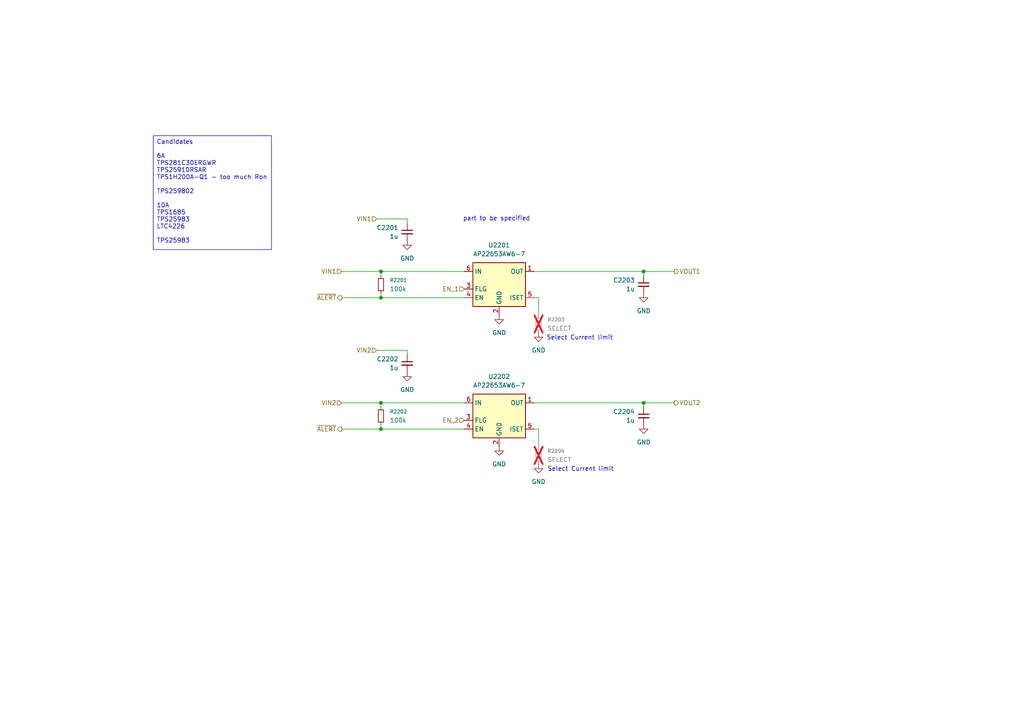
<source format=kicad_sch>
(kicad_sch (version 20250114) (generator "eeschema") (generator_version "9.0")
  (paper "A4")
  (lib_symbols
    (symbol "Device:C_Small" (pin_numbers (hide yes)) (pin_names (offset 0.254) (hide yes))
      (property "Reference" "C" (at 0.254 1.778 0))
      (property "Value" "C_Small" (at 0.254 -2.032 0))
      (symbol "C_Small_0_1"
        (polyline (pts (xy -1.524 0.508) (xy 1.524 0.508)) (stroke (width 0.3048)))
        (polyline (pts (xy -1.524 -0.508) (xy 1.524 -0.508)) (stroke (width 0.3302)))
      )
      (symbol "C_Small_1_1"
        (pin passive line (at 0 2.54 270) (length 2.032) (name "~") (number "1"))
        (pin passive line (at 0 -2.54 90) (length 2.032) (name "~") (number "2"))
      )
    )
    (symbol "Device:R_Small" (pin_numbers (hide yes)) (pin_names (offset 0.254) (hide yes))
      (property "Reference" "R" (at 0 0 90))
      (property "Value" "R_Small" (at 1.778 0 90))
      (symbol "R_Small_0_1"
        (rectangle (start -0.762 1.778) (end 0.762 -1.778) (stroke (width 0.2032)))
      )
      (symbol "R_Small_1_1"
        (pin passive line (at 0 2.54 270) (length 0.762) (name "~") (number "1"))
        (pin passive line (at 0 -2.54 90) (length 0.762) (name "~") (number "2"))
      )
    )
    (symbol "Regulator_Linear:AP22615AWU"
      (property "Reference" "U" (at -7.62 -8.89 0))
      (property "Value" "AP22615AWU" (at -7.62 6.35 0))
      (symbol "AP22615AWU_0_1"
        (rectangle (start -7.62 5.08) (end 7.62 -7.62) (stroke (width 0.254)) (fill (type background)))
      )
      (symbol "AP22615AWU_1_0"
        (pin power_in line (at -10.16 2.54 0) (length 2.54) (name "IN") (number "6"))
        (pin open_collector line (at -10.16 -2.54 0) (length 2.54) (name "FLG") (number "3"))
        (pin input line (at -10.16 -5.08 0) (length 2.54) (name "EN") (number "4"))
        (pin power_in line (at 0 -10.16 90) (length 2.54) (name "GND") (number "2"))
        (pin power_out line (at 10.16 2.54 180) (length 2.54) (name "OUT") (number "1"))
        (pin passive line (at 10.16 -5.08 180) (length 2.54) (name "ISET") (number "5"))
      )
    )
    (symbol "power:GND" (power) (pin_numbers (hide yes)) (pin_names (offset 0) (hide yes))
      (property "Value" "GND" (at 0 -3.81 0))
      (symbol "GND_0_1"
        (polyline (pts (xy 0 0) (xy 0 -1.27) (xy 1.27 -1.27) (xy 0 -2.54) (xy -1.27 -1.27) (xy 0 -1.27)))
      )
      (symbol "GND_1_1"
        (pin power_in line (at 0 0 270) (length 0) (name "~") (number "1"))
      )
    )
  )
  (text "Select Current limit" (at 168.402 136.144 0) (effects (font (size 1.27 1.27))))
  (text "Select Current limit" (at 168.148 98.044 0) (effects (font (size 1.27 1.27))))
  (text "part to be specified" (at 144.018 63.5 0) (effects (font (size 1.27 1.27))))
  (text_box "Candidates\n\n6A\nTPS281C30ERGWR\nTPS25910RSAR\nTPS1H200A-Q1 - too much Ron\n\nTPS259802\n\n10A\nTPS1685\nTPS25983\nLTC4226\n\nTPS25983" (at 44.45 39.37 0) (size 34.29 33.02) (margins 0.9525 0.9525 0.9525 0.9525) (effects (font (size 1.27 1.27)) (justify left top)))
  (junction (at 110.49 124.46))
  (junction (at 186.69 78.74))
  (junction (at 186.69 116.84))
  (junction (at 110.49 116.84))
  (junction (at 110.49 86.36))
  (junction (at 110.49 78.74))
  (wire (pts (xy 156.21 124.46) (xy 154.94 124.46)))
  (wire (pts (xy 195.58 78.74) (xy 186.69 78.74)))
  (wire (pts (xy 110.49 80.01) (xy 110.49 78.74)))
  (wire (pts (xy 156.21 91.44) (xy 156.21 86.36)))
  (wire (pts (xy 118.11 64.77) (xy 118.11 63.5)))
  (wire (pts (xy 110.49 116.84) (xy 110.49 118.11)))
  (wire (pts (xy 195.58 116.84) (xy 186.69 116.84)))
  (wire (pts (xy 118.11 63.5) (xy 109.22 63.5)))
  (wire (pts (xy 110.49 124.46) (xy 99.06 124.46)))
  (wire (pts (xy 110.49 78.74) (xy 134.62 78.74)))
  (wire (pts (xy 110.49 85.09) (xy 110.49 86.36)))
  (wire (pts (xy 154.94 116.84) (xy 186.69 116.84)))
  (wire (pts (xy 118.11 101.6) (xy 109.22 101.6)))
  (wire (pts (xy 134.62 124.46) (xy 110.49 124.46)))
  (wire (pts (xy 156.21 129.54) (xy 156.21 124.46)))
  (wire (pts (xy 110.49 86.36) (xy 134.62 86.36)))
  (wire (pts (xy 99.06 78.74) (xy 110.49 78.74)))
  (wire (pts (xy 99.06 86.36) (xy 110.49 86.36)))
  (wire (pts (xy 186.69 118.11) (xy 186.69 116.84)))
  (wire (pts (xy 154.94 78.74) (xy 186.69 78.74)))
  (wire (pts (xy 156.21 86.36) (xy 154.94 86.36)))
  (wire (pts (xy 186.69 80.01) (xy 186.69 78.74)))
  (wire (pts (xy 110.49 116.84) (xy 99.06 116.84)))
  (wire (pts (xy 118.11 102.87) (xy 118.11 101.6)))
  (wire (pts (xy 134.62 116.84) (xy 110.49 116.84)))
  (wire (pts (xy 110.49 123.19) (xy 110.49 124.46)))
  (hierarchical_label "~{ALERT}" (shape output) (at 99.06 86.36 180))
  (hierarchical_label "EN_2" (shape input) (at 134.62 121.92 180))
  (hierarchical_label "~{ALERT}" (shape output) (at 99.06 124.46 180))
  (hierarchical_label "VIN1" (shape input) (at 99.06 78.74 180))
  (hierarchical_label "VOUT1" (shape output) (at 195.58 78.74 0))
  (hierarchical_label "VOUT2" (shape output) (at 195.58 116.84 0))
  (hierarchical_label "VIN2" (shape input) (at 109.22 101.6 180))
  (hierarchical_label "EN_1" (shape input) (at 134.62 83.82 180))
  (hierarchical_label "VIN1" (shape input) (at 109.22 63.5 180))
  (hierarchical_label "VIN2" (shape input) (at 99.06 116.84 180))
  (symbol (lib_id "Device:R_Small") (at 110.49 120.65 180) (unit 1)
    (property "Reference" "R602" (at 113.03 119.3799 0) (effects (font (size 1.016 1.016)) (justify right)))
    (property "Value" "100k" (at 113.03 121.9199 0) (effects (justify right)))
    (property "Footprint" "Resistor_SMD:R_0603_1608Metric_Pad0.98x0.95mm_HandSolder" (effects (hide yes)))
    (property "Description" "Resistor, small symbol" (effects (hide yes)))
    (instances (project "TEST_PCB" (path "" (reference "R2202") (unit 1)) (path "" (reference "R1402") (unit 1)) (path "" (reference "R1702") (unit 1)) (path "" (reference "R1802") (unit 1)) (path "" (reference "R2102") (unit 1))) (project "EPS" (path "" (reference "R4102") (unit 1)) (path "" (reference "R1102") (unit 1)) (path "" (reference "R602") (unit 1)) (path "" (reference "R3302") (unit 1)) (path "" (reference "R4202") (unit 1)) (path "" (reference "R?") (unit 1)) (path "" (reference "R6702") (unit 1)) (path "" (reference "R?") (unit 1)) (path "" (reference "R5602") (unit 1)) (path "" (reference "R4602") (unit 1)) (path "" (reference "R3602") (unit 1)) (path "" (reference "R4002") (unit 1)) (path "" (reference "R5002") (unit 1)) (path "" (reference "R5902") (unit 1)) (path "" (reference "R3802") (unit 1)) (path "" (reference "R5802") (unit 1)) (path "" (reference "R3502") (unit 1)) (path "" (reference "R1702") (unit 1)) (path "" (reference "R6302") (unit 1)) (path "" (reference "R?") (unit 1)) (path "" (reference "R6502") (unit 1)) (path "" (reference "R?") (unit 1)) (path "" (reference "R7502") (unit 1)) (path "" (reference "R?") (unit 1)) (path "" (reference "R8102") (unit 1)) (path "" (reference "R?") (unit 1)) (path "" (reference "R3402") (unit 1))))
  )
  (symbol (lib_id "Regulator_Linear:AP22615AWU") (at 144.78 119.38 0) (unit 1)
    (property "Reference" "U602" (at 144.78 109.22 0))
    (property "Value" "AP22653AW6-7" (at 144.78 111.76 0))
    (property "Footprint" "Package_TO_SOT_SMD:SOT-23-6" (effects (hide yes)))
    (property "Datasheet" "https://4donline.ihs.com/images/VipMasterIC/IC/DIOD/DIOD-S-A0010880137/DIOD-S-A0010880137-1.pdf?hkey=CECEF36DEECDED6468708AAF2E19C0C6" (effects (hide yes)))
    (property "Description" "Current limited power switch, single channel, 3.0V to 5.5V, 3A, SOT-23-6" (effects (hide yes)))
    (instances (project "TEST_PCB" (path "" (reference "U2202") (unit 1)) (path "" (reference "U1402") (unit 1)) (path "" (reference "U1702") (unit 1)) (path "" (reference "U1802") (unit 1)) (path "" (reference "U2102") (unit 1))) (project "EPS" (path "" (reference "U4102") (unit 1)) (path "" (reference "U1102") (unit 1)) (path "" (reference "U602") (unit 1)) (path "" (reference "U3302") (unit 1)) (path "" (reference "U4202") (unit 1)) (path "" (reference "U?") (unit 1)) (path "" (reference "U6702") (unit 1)) (path "" (reference "U?") (unit 1)) (path "" (reference "U5602") (unit 1)) (path "" (reference "U4602") (unit 1)) (path "" (reference "U3602") (unit 1)) (path "" (reference "U4002") (unit 1)) (path "" (reference "U5002") (unit 1)) (path "" (reference "U5902") (unit 1)) (path "" (reference "U3802") (unit 1)) (path "" (reference "U5802") (unit 1)) (path "" (reference "U3502") (unit 1)) (path "" (reference "U1702") (unit 1)) (path "" (reference "U6302") (unit 1)) (path "" (reference "U?") (unit 1)) (path "" (reference "U6502") (unit 1)) (path "" (reference "U?") (unit 1)) (path "" (reference "U7502") (unit 1)) (path "" (reference "U?") (unit 1)) (path "" (reference "U8102") (unit 1)) (path "" (reference "U?") (unit 1)) (path "" (reference "U3402") (unit 1))))
  )
  (symbol (lib_id "power:GND") (at 118.11 107.95 0) (unit 1)
    (property "Reference" "#PWR0602" (effects (hide yes)))
    (property "Value" "GND" (at 118.11 113.03 0))
    (property "Description" "Power symbol creates a global label with name \"GND\" , ground" (effects (hide yes)))
    (instances (project "TEST_PCB" (path "" (reference "#PWR02202") (unit 1)) (path "" (reference "#PWR01402") (unit 1)) (path "" (reference "#PWR01702") (unit 1)) (path "" (reference "#PWR01802") (unit 1)) (path "" (reference "#PWR02102") (unit 1))) (project "EPS" (path "" (reference "#PWR04102") (unit 1)) (path "" (reference "#PWR01102") (unit 1)) (path "" (reference "#PWR0602") (unit 1)) (path "" (reference "#PWR03302") (unit 1)) (path "" (reference "#PWR04202") (unit 1)) (path "" (reference "#PWR?") (unit 1)) (path "" (reference "#PWR06702") (unit 1)) (path "" (reference "#PWR?") (unit 1)) (path "" (reference "#PWR05602") (unit 1)) (path "" (reference "#PWR04602") (unit 1)) (path "" (reference "#PWR03602") (unit 1)) (path "" (reference "#PWR04002") (unit 1)) (path "" (reference "#PWR05002") (unit 1)) (path "" (reference "#PWR05902") (unit 1)) (path "" (reference "#PWR03802") (unit 1)) (path "" (reference "#PWR05802") (unit 1)) (path "" (reference "#PWR03502") (unit 1)) (path "" (reference "#PWR01702") (unit 1)) (path "" (reference "#PWR06302") (unit 1)) (path "" (reference "#PWR?") (unit 1)) (path "" (reference "#PWR06502") (unit 1)) (path "" (reference "#PWR?") (unit 1)) (path "" (reference "#PWR07502") (unit 1)) (path "" (reference "#PWR?") (unit 1)) (path "" (reference "#PWR08102") (unit 1)) (path "" (reference "#PWR?") (unit 1)) (path "" (reference "#PWR03402") (unit 1))))
  )
  (symbol (lib_id "power:GND") (at 144.78 91.44 0) (unit 1)
    (property "Reference" "#PWR0603" (effects (hide yes)))
    (property "Value" "GND" (at 144.78 96.52 0))
    (property "Description" "Power symbol creates a global label with name \"GND\" , ground" (effects (hide yes)))
    (instances (project "TEST_PCB" (path "" (reference "#PWR02203") (unit 1)) (path "" (reference "#PWR01403") (unit 1)) (path "" (reference "#PWR01703") (unit 1)) (path "" (reference "#PWR01803") (unit 1)) (path "" (reference "#PWR02103") (unit 1))) (project "EPS" (path "" (reference "#PWR04103") (unit 1)) (path "" (reference "#PWR01103") (unit 1)) (path "" (reference "#PWR0603") (unit 1)) (path "" (reference "#PWR03303") (unit 1)) (path "" (reference "#PWR04203") (unit 1)) (path "" (reference "#PWR?") (unit 1)) (path "" (reference "#PWR06703") (unit 1)) (path "" (reference "#PWR?") (unit 1)) (path "" (reference "#PWR05603") (unit 1)) (path "" (reference "#PWR04603") (unit 1)) (path "" (reference "#PWR03603") (unit 1)) (path "" (reference "#PWR04003") (unit 1)) (path "" (reference "#PWR05003") (unit 1)) (path "" (reference "#PWR05903") (unit 1)) (path "" (reference "#PWR03803") (unit 1)) (path "" (reference "#PWR05803") (unit 1)) (path "" (reference "#PWR03503") (unit 1)) (path "" (reference "#PWR01703") (unit 1)) (path "" (reference "#PWR06303") (unit 1)) (path "" (reference "#PWR?") (unit 1)) (path "" (reference "#PWR06503") (unit 1)) (path "" (reference "#PWR?") (unit 1)) (path "" (reference "#PWR07503") (unit 1)) (path "" (reference "#PWR?") (unit 1)) (path "" (reference "#PWR08103") (unit 1)) (path "" (reference "#PWR?") (unit 1)) (path "" (reference "#PWR03403") (unit 1))))
  )
  (symbol (lib_id "power:GND") (at 118.11 69.85 0) (unit 1)
    (property "Reference" "#PWR0601" (effects (hide yes)))
    (property "Value" "GND" (at 118.11 74.93 0))
    (property "Description" "Power symbol creates a global label with name \"GND\" , ground" (effects (hide yes)))
    (instances (project "TEST_PCB" (path "" (reference "#PWR02201") (unit 1)) (path "" (reference "#PWR01401") (unit 1)) (path "" (reference "#PWR01701") (unit 1)) (path "" (reference "#PWR01801") (unit 1)) (path "" (reference "#PWR02101") (unit 1))) (project "EPS" (path "" (reference "#PWR04101") (unit 1)) (path "" (reference "#PWR01101") (unit 1)) (path "" (reference "#PWR0601") (unit 1)) (path "" (reference "#PWR03301") (unit 1)) (path "" (reference "#PWR04201") (unit 1)) (path "" (reference "#PWR?") (unit 1)) (path "" (reference "#PWR06701") (unit 1)) (path "" (reference "#PWR?") (unit 1)) (path "" (reference "#PWR05601") (unit 1)) (path "" (reference "#PWR04601") (unit 1)) (path "" (reference "#PWR03601") (unit 1)) (path "" (reference "#PWR04001") (unit 1)) (path "" (reference "#PWR05001") (unit 1)) (path "" (reference "#PWR05901") (unit 1)) (path "" (reference "#PWR03801") (unit 1)) (path "" (reference "#PWR05801") (unit 1)) (path "" (reference "#PWR03501") (unit 1)) (path "" (reference "#PWR01701") (unit 1)) (path "" (reference "#PWR06301") (unit 1)) (path "" (reference "#PWR?") (unit 1)) (path "" (reference "#PWR06501") (unit 1)) (path "" (reference "#PWR?") (unit 1)) (path "" (reference "#PWR07501") (unit 1)) (path "" (reference "#PWR?") (unit 1)) (path "" (reference "#PWR08101") (unit 1)) (path "" (reference "#PWR?") (unit 1)) (path "" (reference "#PWR03401") (unit 1))))
  )
  (symbol (lib_id "Device:C_Small") (at 118.11 105.41 0) (mirror y) (unit 1)
    (property "Reference" "C602" (at 115.57 104.1462 0) (effects (justify left)))
    (property "Value" "1u" (at 115.57 106.6862 0) (effects (justify left)))
    (property "Footprint" "Capacitor_SMD:C_0603_1608Metric_Pad1.08x0.95mm_HandSolder" (effects (hide yes)))
    (property "Description" "Unpolarized capacitor, small symbol" (effects (hide yes)))
    (instances (project "TEST_PCB" (path "" (reference "C2202") (unit 1)) (path "" (reference "C1402") (unit 1)) (path "" (reference "C1702") (unit 1)) (path "" (reference "C1802") (unit 1)) (path "" (reference "C2102") (unit 1))) (project "EPS" (path "" (reference "C4102") (unit 1)) (path "" (reference "C1102") (unit 1)) (path "" (reference "C602") (unit 1)) (path "" (reference "C3302") (unit 1)) (path "" (reference "C4202") (unit 1)) (path "" (reference "C?") (unit 1)) (path "" (reference "C6702") (unit 1)) (path "" (reference "C?") (unit 1)) (path "" (reference "C5602") (unit 1)) (path "" (reference "C4602") (unit 1)) (path "" (reference "C3602") (unit 1)) (path "" (reference "C4002") (unit 1)) (path "" (reference "C5002") (unit 1)) (path "" (reference "C5902") (unit 1)) (path "" (reference "C3802") (unit 1)) (path "" (reference "C5802") (unit 1)) (path "" (reference "C3502") (unit 1)) (path "" (reference "C1702") (unit 1)) (path "" (reference "C6302") (unit 1)) (path "" (reference "C?") (unit 1)) (path "" (reference "C6502") (unit 1)) (path "" (reference "C?") (unit 1)) (path "" (reference "C7502") (unit 1)) (path "" (reference "C?") (unit 1)) (path "" (reference "C8102") (unit 1)) (path "" (reference "C?") (unit 1)) (path "" (reference "C3402") (unit 1))))
  )
  (symbol (lib_id "Device:C_Small") (at 186.69 82.55 0) (mirror y) (unit 1)
    (property "Reference" "C603" (at 184.15 81.2862 0) (effects (justify left)))
    (property "Value" "1u" (at 184.15 83.8262 0) (effects (justify left)))
    (property "Footprint" "Capacitor_SMD:C_0603_1608Metric_Pad1.08x0.95mm_HandSolder" (effects (hide yes)))
    (property "Description" "Unpolarized capacitor, small symbol" (effects (hide yes)))
    (instances (project "TEST_PCB" (path "" (reference "C2203") (unit 1)) (path "" (reference "C1403") (unit 1)) (path "" (reference "C1703") (unit 1)) (path "" (reference "C1803") (unit 1)) (path "" (reference "C2103") (unit 1))) (project "EPS" (path "" (reference "C4103") (unit 1)) (path "" (reference "C1103") (unit 1)) (path "" (reference "C603") (unit 1)) (path "" (reference "C3303") (unit 1)) (path "" (reference "C4203") (unit 1)) (path "" (reference "C?") (unit 1)) (path "" (reference "C6703") (unit 1)) (path "" (reference "C?") (unit 1)) (path "" (reference "C5603") (unit 1)) (path "" (reference "C4603") (unit 1)) (path "" (reference "C3603") (unit 1)) (path "" (reference "C4003") (unit 1)) (path "" (reference "C5003") (unit 1)) (path "" (reference "C5903") (unit 1)) (path "" (reference "C3803") (unit 1)) (path "" (reference "C5803") (unit 1)) (path "" (reference "C3503") (unit 1)) (path "" (reference "C1703") (unit 1)) (path "" (reference "C6303") (unit 1)) (path "" (reference "C?") (unit 1)) (path "" (reference "C6503") (unit 1)) (path "" (reference "C?") (unit 1)) (path "" (reference "C7503") (unit 1)) (path "" (reference "C?") (unit 1)) (path "" (reference "C8103") (unit 1)) (path "" (reference "C?") (unit 1)) (path "" (reference "C3403") (unit 1))))
  )
  (symbol (lib_id "Device:C_Small") (at 186.69 120.65 0) (mirror y) (unit 1)
    (property "Reference" "C604" (at 184.15 119.3862 0) (effects (justify left)))
    (property "Value" "1u" (at 184.15 121.9262 0) (effects (justify left)))
    (property "Footprint" "Capacitor_SMD:C_0603_1608Metric_Pad1.08x0.95mm_HandSolder" (effects (hide yes)))
    (property "Description" "Unpolarized capacitor, small symbol" (effects (hide yes)))
    (instances (project "TEST_PCB" (path "" (reference "C2204") (unit 1)) (path "" (reference "C1404") (unit 1)) (path "" (reference "C1704") (unit 1)) (path "" (reference "C1804") (unit 1)) (path "" (reference "C2104") (unit 1))) (project "EPS" (path "" (reference "C4104") (unit 1)) (path "" (reference "C1104") (unit 1)) (path "" (reference "C604") (unit 1)) (path "" (reference "C3304") (unit 1)) (path "" (reference "C4204") (unit 1)) (path "" (reference "C?") (unit 1)) (path "" (reference "C6704") (unit 1)) (path "" (reference "C?") (unit 1)) (path "" (reference "C5604") (unit 1)) (path "" (reference "C4604") (unit 1)) (path "" (reference "C3604") (unit 1)) (path "" (reference "C4004") (unit 1)) (path "" (reference "C5004") (unit 1)) (path "" (reference "C5904") (unit 1)) (path "" (reference "C3804") (unit 1)) (path "" (reference "C5804") (unit 1)) (path "" (reference "C3504") (unit 1)) (path "" (reference "C1704") (unit 1)) (path "" (reference "C6304") (unit 1)) (path "" (reference "C?") (unit 1)) (path "" (reference "C6504") (unit 1)) (path "" (reference "C?") (unit 1)) (path "" (reference "C7504") (unit 1)) (path "" (reference "C?") (unit 1)) (path "" (reference "C8104") (unit 1)) (path "" (reference "C?") (unit 1)) (path "" (reference "C3404") (unit 1))))
  )
  (symbol (lib_id "Device:R_Small") (at 156.21 132.08 0) (unit 1) (dnp yes)
    (property "Reference" "R604" (at 158.75 130.8099 0) (effects (font (size 1.016 1.016)) (justify left)))
    (property "Value" "SELECT" (at 158.75 133.3499 0) (effects (justify left)))
    (property "Footprint" "Resistor_SMD:R_0603_1608Metric_Pad0.98x0.95mm_HandSolder" (effects (hide yes)))
    (property "Description" "Resistor, small symbol" (effects (hide yes)))
    (instances (project "TEST_PCB" (path "" (reference "R2204") (unit 1)) (path "" (reference "R1404") (unit 1)) (path "" (reference "R1704") (unit 1)) (path "" (reference "R1804") (unit 1)) (path "" (reference "R2104") (unit 1))) (project "EPS" (path "" (reference "R4104") (unit 1)) (path "" (reference "R1104") (unit 1)) (path "" (reference "R604") (unit 1)) (path "" (reference "R3304") (unit 1)) (path "" (reference "R4204") (unit 1)) (path "" (reference "R?") (unit 1)) (path "" (reference "R6704") (unit 1)) (path "" (reference "R?") (unit 1)) (path "" (reference "R5604") (unit 1)) (path "" (reference "R4604") (unit 1)) (path "" (reference "R3604") (unit 1)) (path "" (reference "R4004") (unit 1)) (path "" (reference "R5004") (unit 1)) (path "" (reference "R5904") (unit 1)) (path "" (reference "R3804") (unit 1)) (path "" (reference "R5804") (unit 1)) (path "" (reference "R3504") (unit 1)) (path "" (reference "R1704") (unit 1)) (path "" (reference "R6304") (unit 1)) (path "" (reference "R?") (unit 1)) (path "" (reference "R6504") (unit 1)) (path "" (reference "R?") (unit 1)) (path "" (reference "R7504") (unit 1)) (path "" (reference "R?") (unit 1)) (path "" (reference "R8104") (unit 1)) (path "" (reference "R?") (unit 1)) (path "" (reference "R3404") (unit 1))))
  )
  (symbol (lib_id "Regulator_Linear:AP22615AWU") (at 144.78 81.28 0) (unit 1)
    (property "Reference" "U601" (at 144.78 71.12 0))
    (property "Value" "AP22653AW6-7" (at 144.78 73.66 0))
    (property "Footprint" "Package_TO_SOT_SMD:SOT-23-6" (effects (hide yes)))
    (property "Datasheet" "https://4donline.ihs.com/images/VipMasterIC/IC/DIOD/DIOD-S-A0010880137/DIOD-S-A0010880137-1.pdf?hkey=CECEF36DEECDED6468708AAF2E19C0C6" (effects (hide yes)))
    (property "Description" "Current limited power switch, single channel, 3.0V to 5.5V, 3A, SOT-23-6" (effects (hide yes)))
    (instances (project "TEST_PCB" (path "" (reference "U2201") (unit 1)) (path "" (reference "U1401") (unit 1)) (path "" (reference "U1701") (unit 1)) (path "" (reference "U1801") (unit 1)) (path "" (reference "U2101") (unit 1))) (project "EPS" (path "" (reference "U4101") (unit 1)) (path "" (reference "U1101") (unit 1)) (path "" (reference "U601") (unit 1)) (path "" (reference "U3301") (unit 1)) (path "" (reference "U4201") (unit 1)) (path "" (reference "U?") (unit 1)) (path "" (reference "U6701") (unit 1)) (path "" (reference "U?") (unit 1)) (path "" (reference "U5601") (unit 1)) (path "" (reference "U4601") (unit 1)) (path "" (reference "U3601") (unit 1)) (path "" (reference "U4001") (unit 1)) (path "" (reference "U5001") (unit 1)) (path "" (reference "U5901") (unit 1)) (path "" (reference "U3801") (unit 1)) (path "" (reference "U5801") (unit 1)) (path "" (reference "U3501") (unit 1)) (path "" (reference "U1701") (unit 1)) (path "" (reference "U6301") (unit 1)) (path "" (reference "U?") (unit 1)) (path "" (reference "U6501") (unit 1)) (path "" (reference "U?") (unit 1)) (path "" (reference "U7501") (unit 1)) (path "" (reference "U?") (unit 1)) (path "" (reference "U8101") (unit 1)) (path "" (reference "U?") (unit 1)) (path "" (reference "U3401") (unit 1))))
  )
  (symbol (lib_id "Device:R_Small") (at 156.21 93.98 0) (unit 1) (dnp yes)
    (property "Reference" "R603" (at 158.75 92.7099 0) (effects (font (size 1.016 1.016)) (justify left)))
    (property "Value" "SELECT" (at 158.75 95.2499 0) (effects (justify left)))
    (property "Footprint" "Resistor_SMD:R_0603_1608Metric_Pad0.98x0.95mm_HandSolder" (effects (hide yes)))
    (property "Description" "Resistor, small symbol" (effects (hide yes)))
    (instances (project "TEST_PCB" (path "" (reference "R2203") (unit 1)) (path "" (reference "R1403") (unit 1)) (path "" (reference "R1703") (unit 1)) (path "" (reference "R1803") (unit 1)) (path "" (reference "R2103") (unit 1))) (project "EPS" (path "" (reference "R4103") (unit 1)) (path "" (reference "R1103") (unit 1)) (path "" (reference "R603") (unit 1)) (path "" (reference "R3303") (unit 1)) (path "" (reference "R4203") (unit 1)) (path "" (reference "R?") (unit 1)) (path "" (reference "R6703") (unit 1)) (path "" (reference "R?") (unit 1)) (path "" (reference "R5603") (unit 1)) (path "" (reference "R4603") (unit 1)) (path "" (reference "R3603") (unit 1)) (path "" (reference "R4003") (unit 1)) (path "" (reference "R5003") (unit 1)) (path "" (reference "R5903") (unit 1)) (path "" (reference "R3803") (unit 1)) (path "" (reference "R5803") (unit 1)) (path "" (reference "R3503") (unit 1)) (path "" (reference "R1703") (unit 1)) (path "" (reference "R6303") (unit 1)) (path "" (reference "R?") (unit 1)) (path "" (reference "R6503") (unit 1)) (path "" (reference "R?") (unit 1)) (path "" (reference "R7503") (unit 1)) (path "" (reference "R?") (unit 1)) (path "" (reference "R8103") (unit 1)) (path "" (reference "R?") (unit 1)) (path "" (reference "R3403") (unit 1))))
  )
  (symbol (lib_id "power:GND") (at 186.69 123.19 0) (unit 1)
    (property "Reference" "#PWR0608" (effects (hide yes)))
    (property "Value" "GND" (at 186.69 128.27 0))
    (property "Description" "Power symbol creates a global label with name \"GND\" , ground" (effects (hide yes)))
    (instances (project "TEST_PCB" (path "" (reference "#PWR02208") (unit 1)) (path "" (reference "#PWR01408") (unit 1)) (path "" (reference "#PWR01708") (unit 1)) (path "" (reference "#PWR01808") (unit 1)) (path "" (reference "#PWR02108") (unit 1))) (project "EPS" (path "" (reference "#PWR04108") (unit 1)) (path "" (reference "#PWR01108") (unit 1)) (path "" (reference "#PWR0608") (unit 1)) (path "" (reference "#PWR03308") (unit 1)) (path "" (reference "#PWR04208") (unit 1)) (path "" (reference "#PWR?") (unit 1)) (path "" (reference "#PWR06708") (unit 1)) (path "" (reference "#PWR?") (unit 1)) (path "" (reference "#PWR05608") (unit 1)) (path "" (reference "#PWR04608") (unit 1)) (path "" (reference "#PWR03608") (unit 1)) (path "" (reference "#PWR04008") (unit 1)) (path "" (reference "#PWR05008") (unit 1)) (path "" (reference "#PWR05908") (unit 1)) (path "" (reference "#PWR03808") (unit 1)) (path "" (reference "#PWR05808") (unit 1)) (path "" (reference "#PWR03508") (unit 1)) (path "" (reference "#PWR01708") (unit 1)) (path "" (reference "#PWR06308") (unit 1)) (path "" (reference "#PWR?") (unit 1)) (path "" (reference "#PWR06508") (unit 1)) (path "" (reference "#PWR?") (unit 1)) (path "" (reference "#PWR07508") (unit 1)) (path "" (reference "#PWR?") (unit 1)) (path "" (reference "#PWR08108") (unit 1)) (path "" (reference "#PWR?") (unit 1)) (path "" (reference "#PWR03408") (unit 1))))
  )
  (symbol (lib_id "Device:R_Small") (at 110.49 82.55 180) (unit 1)
    (property "Reference" "R601" (at 113.03 81.2799 0) (effects (font (size 1.016 1.016)) (justify right)))
    (property "Value" "100k" (at 113.03 83.8199 0) (effects (justify right)))
    (property "Footprint" "Resistor_SMD:R_0603_1608Metric_Pad0.98x0.95mm_HandSolder" (effects (hide yes)))
    (property "Description" "Resistor, small symbol" (effects (hide yes)))
    (instances (project "TEST_PCB" (path "" (reference "R2201") (unit 1)) (path "" (reference "R1401") (unit 1)) (path "" (reference "R1701") (unit 1)) (path "" (reference "R1801") (unit 1)) (path "" (reference "R2101") (unit 1))) (project "EPS" (path "" (reference "R4101") (unit 1)) (path "" (reference "R1101") (unit 1)) (path "" (reference "R601") (unit 1)) (path "" (reference "R3301") (unit 1)) (path "" (reference "R4201") (unit 1)) (path "" (reference "R?") (unit 1)) (path "" (reference "R6701") (unit 1)) (path "" (reference "R?") (unit 1)) (path "" (reference "R5601") (unit 1)) (path "" (reference "R4601") (unit 1)) (path "" (reference "R3601") (unit 1)) (path "" (reference "R4001") (unit 1)) (path "" (reference "R5001") (unit 1)) (path "" (reference "R5901") (unit 1)) (path "" (reference "R3801") (unit 1)) (path "" (reference "R5801") (unit 1)) (path "" (reference "R3501") (unit 1)) (path "" (reference "R1701") (unit 1)) (path "" (reference "R6301") (unit 1)) (path "" (reference "R?") (unit 1)) (path "" (reference "R6501") (unit 1)) (path "" (reference "R?") (unit 1)) (path "" (reference "R7501") (unit 1)) (path "" (reference "R?") (unit 1)) (path "" (reference "R8101") (unit 1)) (path "" (reference "R?") (unit 1)) (path "" (reference "R3401") (unit 1))))
  )
  (symbol (lib_id "power:GND") (at 156.21 96.52 0) (unit 1)
    (property "Reference" "#PWR0605" (effects (hide yes)))
    (property "Value" "GND" (at 156.21 101.6 0))
    (property "Description" "Power symbol creates a global label with name \"GND\" , ground" (effects (hide yes)))
    (instances (project "TEST_PCB" (path "" (reference "#PWR02205") (unit 1)) (path "" (reference "#PWR01405") (unit 1)) (path "" (reference "#PWR01705") (unit 1)) (path "" (reference "#PWR01805") (unit 1)) (path "" (reference "#PWR02105") (unit 1))) (project "EPS" (path "" (reference "#PWR04105") (unit 1)) (path "" (reference "#PWR01105") (unit 1)) (path "" (reference "#PWR0605") (unit 1)) (path "" (reference "#PWR03305") (unit 1)) (path "" (reference "#PWR04205") (unit 1)) (path "" (reference "#PWR?") (unit 1)) (path "" (reference "#PWR06705") (unit 1)) (path "" (reference "#PWR?") (unit 1)) (path "" (reference "#PWR05605") (unit 1)) (path "" (reference "#PWR04605") (unit 1)) (path "" (reference "#PWR03605") (unit 1)) (path "" (reference "#PWR04005") (unit 1)) (path "" (reference "#PWR05005") (unit 1)) (path "" (reference "#PWR05905") (unit 1)) (path "" (reference "#PWR03805") (unit 1)) (path "" (reference "#PWR05805") (unit 1)) (path "" (reference "#PWR03505") (unit 1)) (path "" (reference "#PWR01705") (unit 1)) (path "" (reference "#PWR06305") (unit 1)) (path "" (reference "#PWR?") (unit 1)) (path "" (reference "#PWR06505") (unit 1)) (path "" (reference "#PWR?") (unit 1)) (path "" (reference "#PWR07505") (unit 1)) (path "" (reference "#PWR?") (unit 1)) (path "" (reference "#PWR08105") (unit 1)) (path "" (reference "#PWR?") (unit 1)) (path "" (reference "#PWR03405") (unit 1))))
  )
  (symbol (lib_id "power:GND") (at 156.21 134.62 0) (unit 1)
    (property "Reference" "#PWR0606" (effects (hide yes)))
    (property "Value" "GND" (at 156.21 139.7 0))
    (property "Description" "Power symbol creates a global label with name \"GND\" , ground" (effects (hide yes)))
    (instances (project "TEST_PCB" (path "" (reference "#PWR02206") (unit 1)) (path "" (reference "#PWR01406") (unit 1)) (path "" (reference "#PWR01706") (unit 1)) (path "" (reference "#PWR01806") (unit 1)) (path "" (reference "#PWR02106") (unit 1))) (project "EPS" (path "" (reference "#PWR04106") (unit 1)) (path "" (reference "#PWR01106") (unit 1)) (path "" (reference "#PWR0606") (unit 1)) (path "" (reference "#PWR03306") (unit 1)) (path "" (reference "#PWR04206") (unit 1)) (path "" (reference "#PWR?") (unit 1)) (path "" (reference "#PWR06706") (unit 1)) (path "" (reference "#PWR?") (unit 1)) (path "" (reference "#PWR05606") (unit 1)) (path "" (reference "#PWR04606") (unit 1)) (path "" (reference "#PWR03606") (unit 1)) (path "" (reference "#PWR04006") (unit 1)) (path "" (reference "#PWR05006") (unit 1)) (path "" (reference "#PWR05906") (unit 1)) (path "" (reference "#PWR03806") (unit 1)) (path "" (reference "#PWR05806") (unit 1)) (path "" (reference "#PWR03506") (unit 1)) (path "" (reference "#PWR01706") (unit 1)) (path "" (reference "#PWR06306") (unit 1)) (path "" (reference "#PWR?") (unit 1)) (path "" (reference "#PWR06506") (unit 1)) (path "" (reference "#PWR?") (unit 1)) (path "" (reference "#PWR07506") (unit 1)) (path "" (reference "#PWR?") (unit 1)) (path "" (reference "#PWR08106") (unit 1)) (path "" (reference "#PWR?") (unit 1)) (path "" (reference "#PWR03406") (unit 1))))
  )
  (symbol (lib_id "power:GND") (at 186.69 85.09 0) (unit 1)
    (property "Reference" "#PWR0607" (effects (hide yes)))
    (property "Value" "GND" (at 186.69 90.17 0))
    (property "Description" "Power symbol creates a global label with name \"GND\" , ground" (effects (hide yes)))
    (instances (project "TEST_PCB" (path "" (reference "#PWR02207") (unit 1)) (path "" (reference "#PWR01407") (unit 1)) (path "" (reference "#PWR01707") (unit 1)) (path "" (reference "#PWR01807") (unit 1)) (path "" (reference "#PWR02107") (unit 1))) (project "EPS" (path "" (reference "#PWR04107") (unit 1)) (path "" (reference "#PWR01107") (unit 1)) (path "" (reference "#PWR0607") (unit 1)) (path "" (reference "#PWR03307") (unit 1)) (path "" (reference "#PWR04207") (unit 1)) (path "" (reference "#PWR?") (unit 1)) (path "" (reference "#PWR06707") (unit 1)) (path "" (reference "#PWR?") (unit 1)) (path "" (reference "#PWR05607") (unit 1)) (path "" (reference "#PWR04607") (unit 1)) (path "" (reference "#PWR03607") (unit 1)) (path "" (reference "#PWR04007") (unit 1)) (path "" (reference "#PWR05007") (unit 1)) (path "" (reference "#PWR05907") (unit 1)) (path "" (reference "#PWR03807") (unit 1)) (path "" (reference "#PWR05807") (unit 1)) (path "" (reference "#PWR03507") (unit 1)) (path "" (reference "#PWR01707") (unit 1)) (path "" (reference "#PWR06307") (unit 1)) (path "" (reference "#PWR?") (unit 1)) (path "" (reference "#PWR06507") (unit 1)) (path "" (reference "#PWR?") (unit 1)) (path "" (reference "#PWR07507") (unit 1)) (path "" (reference "#PWR?") (unit 1)) (path "" (reference "#PWR08107") (unit 1)) (path "" (reference "#PWR?") (unit 1)) (path "" (reference "#PWR03407") (unit 1))))
  )
  (symbol (lib_id "power:GND") (at 144.78 129.54 0) (unit 1)
    (property "Reference" "#PWR0604" (effects (hide yes)))
    (property "Value" "GND" (at 144.78 134.62 0))
    (property "Description" "Power symbol creates a global label with name \"GND\" , ground" (effects (hide yes)))
    (instances (project "TEST_PCB" (path "" (reference "#PWR02204") (unit 1)) (path "" (reference "#PWR01404") (unit 1)) (path "" (reference "#PWR01704") (unit 1)) (path "" (reference "#PWR01804") (unit 1)) (path "" (reference "#PWR02104") (unit 1))) (project "EPS" (path "" (reference "#PWR04104") (unit 1)) (path "" (reference "#PWR01104") (unit 1)) (path "" (reference "#PWR0604") (unit 1)) (path "" (reference "#PWR03304") (unit 1)) (path "" (reference "#PWR04204") (unit 1)) (path "" (reference "#PWR?") (unit 1)) (path "" (reference "#PWR06704") (unit 1)) (path "" (reference "#PWR?") (unit 1)) (path "" (reference "#PWR05604") (unit 1)) (path "" (reference "#PWR04604") (unit 1)) (path "" (reference "#PWR03604") (unit 1)) (path "" (reference "#PWR04004") (unit 1)) (path "" (reference "#PWR05004") (unit 1)) (path "" (reference "#PWR05904") (unit 1)) (path "" (reference "#PWR03804") (unit 1)) (path "" (reference "#PWR05804") (unit 1)) (path "" (reference "#PWR03504") (unit 1)) (path "" (reference "#PWR01704") (unit 1)) (path "" (reference "#PWR06304") (unit 1)) (path "" (reference "#PWR?") (unit 1)) (path "" (reference "#PWR06504") (unit 1)) (path "" (reference "#PWR?") (unit 1)) (path "" (reference "#PWR07504") (unit 1)) (path "" (reference "#PWR?") (unit 1)) (path "" (reference "#PWR08104") (unit 1)) (path "" (reference "#PWR?") (unit 1)) (path "" (reference "#PWR03404") (unit 1))))
  )
  (symbol (lib_id "Device:C_Small") (at 118.11 67.31 0) (mirror y) (unit 1)
    (property "Reference" "C601" (at 115.57 66.0462 0) (effects (justify left)))
    (property "Value" "1u" (at 115.57 68.5862 0) (effects (justify left)))
    (property "Footprint" "Capacitor_SMD:C_0603_1608Metric_Pad1.08x0.95mm_HandSolder" (effects (hide yes)))
    (property "Description" "Unpolarized capacitor, small symbol" (effects (hide yes)))
    (instances (project "TEST_PCB" (path "" (reference "C2201") (unit 1)) (path "" (reference "C1401") (unit 1)) (path "" (reference "C1701") (unit 1)) (path "" (reference "C1801") (unit 1)) (path "" (reference "C2101") (unit 1))) (project "EPS" (path "" (reference "C4101") (unit 1)) (path "" (reference "C1101") (unit 1)) (path "" (reference "C601") (unit 1)) (path "" (reference "C3301") (unit 1)) (path "" (reference "C4201") (unit 1)) (path "" (reference "C?") (unit 1)) (path "" (reference "C6701") (unit 1)) (path "" (reference "C?") (unit 1)) (path "" (reference "C5601") (unit 1)) (path "" (reference "C4601") (unit 1)) (path "" (reference "C3601") (unit 1)) (path "" (reference "C4001") (unit 1)) (path "" (reference "C5001") (unit 1)) (path "" (reference "C5901") (unit 1)) (path "" (reference "C3801") (unit 1)) (path "" (reference "C5801") (unit 1)) (path "" (reference "C3501") (unit 1)) (path "" (reference "C1701") (unit 1)) (path "" (reference "C6301") (unit 1)) (path "" (reference "C?") (unit 1)) (path "" (reference "C6501") (unit 1)) (path "" (reference "C?") (unit 1)) (path "" (reference "C7501") (unit 1)) (path "" (reference "C?") (unit 1)) (path "" (reference "C8101") (unit 1)) (path "" (reference "C?") (unit 1)) (path "" (reference "C3401") (unit 1))))
  )
)
</source>
